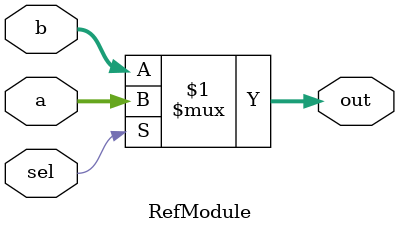
<source format=sv>
module RefModule (
  input sel,
  input [7:0] a,
  input [7:0] b,
  output [7:0] out  // out is now a wire
);

  assign out = sel ? a : b;

endmodule

</source>
